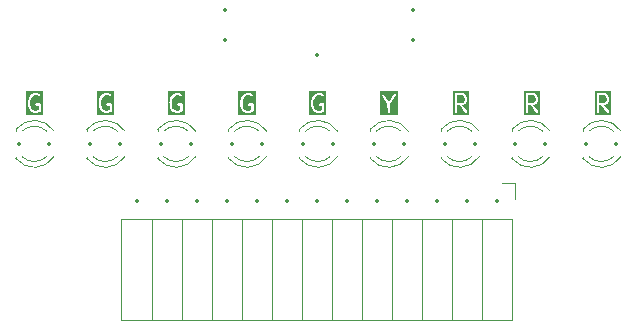
<source format=gto>
%TF.GenerationSoftware,KiCad,Pcbnew,8.0.1*%
%TF.CreationDate,2024-06-22T15:25:25+02:00*%
%TF.ProjectId,BMW E30 VFL SI Indicator V2,424d5720-4533-4302-9056-464c20534920,rev?*%
%TF.SameCoordinates,Original*%
%TF.FileFunction,Legend,Top*%
%TF.FilePolarity,Positive*%
%FSLAX46Y46*%
G04 Gerber Fmt 4.6, Leading zero omitted, Abs format (unit mm)*
G04 Created by KiCad (PCBNEW 8.0.1) date 2024-06-22 15:25:25*
%MOMM*%
%LPD*%
G01*
G04 APERTURE LIST*
%ADD10C,0.187500*%
%ADD11C,0.120000*%
%ADD12C,0.350000*%
G04 APERTURE END LIST*
D10*
G36*
X168761542Y-81452209D02*
G01*
X168812665Y-81501811D01*
X168869040Y-81611764D01*
X168870358Y-81782044D01*
X168817107Y-81891296D01*
X168767506Y-81942417D01*
X168657731Y-81998700D01*
X168464165Y-81999291D01*
X168460608Y-81998664D01*
X168457684Y-81999311D01*
X168198290Y-82000103D01*
X168197578Y-81400146D01*
X168651882Y-81398759D01*
X168761542Y-81452209D01*
G37*
G36*
X169223057Y-83067073D02*
G01*
X167845080Y-83067073D01*
X167845080Y-81306678D01*
X168011747Y-81306678D01*
X168013548Y-82824968D01*
X168027547Y-82858763D01*
X168053412Y-82884628D01*
X168087207Y-82898627D01*
X168123787Y-82898627D01*
X168157582Y-82884628D01*
X168183447Y-82858763D01*
X168197446Y-82824968D01*
X168199247Y-82806678D01*
X168198510Y-82185857D01*
X168413288Y-82185202D01*
X168897801Y-82874391D01*
X168928650Y-82894049D01*
X168964672Y-82900406D01*
X169000385Y-82892494D01*
X169030353Y-82871517D01*
X169050011Y-82840668D01*
X169056368Y-82804646D01*
X169048456Y-82768932D01*
X169039443Y-82752916D01*
X168639843Y-82184510D01*
X168662306Y-82184441D01*
X168665200Y-82185406D01*
X168679511Y-82184388D01*
X168695216Y-82184341D01*
X168698328Y-82183051D01*
X168701688Y-82182813D01*
X168718852Y-82176245D01*
X168860469Y-82103635D01*
X168871868Y-82098915D01*
X168875513Y-82095923D01*
X168877263Y-82095026D01*
X168878885Y-82093154D01*
X168886074Y-82087255D01*
X168956785Y-82014376D01*
X168965274Y-82007015D01*
X168967759Y-82003066D01*
X168969163Y-82001620D01*
X168970111Y-81999330D01*
X168975065Y-81991461D01*
X169038937Y-81860415D01*
X169040590Y-81858763D01*
X169045384Y-81847188D01*
X169053061Y-81831439D01*
X169053299Y-81828080D01*
X169054589Y-81824968D01*
X169056390Y-81806678D01*
X169054840Y-81606559D01*
X169055654Y-81604118D01*
X169054719Y-81590970D01*
X169054589Y-81574102D01*
X169053299Y-81570989D01*
X169053061Y-81567631D01*
X169046493Y-81550466D01*
X168973879Y-81408839D01*
X168969162Y-81397450D01*
X168966172Y-81393806D01*
X168965274Y-81392055D01*
X168963402Y-81390432D01*
X168957503Y-81383243D01*
X168884626Y-81312535D01*
X168877263Y-81304045D01*
X168873311Y-81301557D01*
X168871867Y-81300156D01*
X168869580Y-81299208D01*
X168861709Y-81294254D01*
X168730662Y-81230379D01*
X168729011Y-81228728D01*
X168717441Y-81223935D01*
X168701688Y-81216257D01*
X168698328Y-81216018D01*
X168695216Y-81214729D01*
X168676926Y-81212928D01*
X168087207Y-81214729D01*
X168053412Y-81228728D01*
X168027547Y-81254593D01*
X168013548Y-81288388D01*
X168011747Y-81306678D01*
X167845080Y-81306678D01*
X167845080Y-81046261D01*
X169223057Y-81046261D01*
X169223057Y-83067073D01*
G37*
G36*
X133123057Y-83067095D02*
G01*
X131673652Y-83067095D01*
X131673652Y-81949535D01*
X131840319Y-81949535D01*
X131841935Y-82158257D01*
X131840429Y-82168378D01*
X131842101Y-82179684D01*
X131842120Y-82182111D01*
X131842649Y-82183388D01*
X131843118Y-82186559D01*
X131914408Y-82464901D01*
X131915076Y-82474297D01*
X131920332Y-82488033D01*
X131920729Y-82489580D01*
X131921133Y-82490126D01*
X131921645Y-82491462D01*
X131994254Y-82633079D01*
X131998975Y-82644477D01*
X132001966Y-82648122D01*
X132002864Y-82649872D01*
X132004734Y-82651494D01*
X132010635Y-82658683D01*
X132144590Y-82790467D01*
X132145721Y-82792729D01*
X132155586Y-82801285D01*
X132167698Y-82813201D01*
X132170810Y-82814490D01*
X132173355Y-82816697D01*
X132190137Y-82824189D01*
X132403771Y-82893653D01*
X132415779Y-82898627D01*
X132420497Y-82899091D01*
X132422344Y-82899692D01*
X132424812Y-82899516D01*
X132434069Y-82900428D01*
X132576593Y-82898835D01*
X132588651Y-82899692D01*
X132593237Y-82898649D01*
X132595216Y-82898627D01*
X132597505Y-82897678D01*
X132606572Y-82895617D01*
X132806891Y-82827199D01*
X132809502Y-82827199D01*
X132821768Y-82822117D01*
X132837640Y-82816697D01*
X132840186Y-82814488D01*
X132843297Y-82813200D01*
X132857504Y-82801541D01*
X132940591Y-82715905D01*
X132954589Y-82682110D01*
X132956390Y-82663821D01*
X132954589Y-82145531D01*
X132940590Y-82111736D01*
X132914725Y-82085871D01*
X132880930Y-82071872D01*
X132862640Y-82070071D01*
X132558636Y-82071872D01*
X132524841Y-82085871D01*
X132498976Y-82111736D01*
X132484977Y-82145531D01*
X132484977Y-82182111D01*
X132498976Y-82215906D01*
X132524841Y-82241771D01*
X132558636Y-82255770D01*
X132576926Y-82257571D01*
X132769211Y-82256431D01*
X132770489Y-82624181D01*
X132742800Y-82652720D01*
X132566167Y-82713048D01*
X132453172Y-82714311D01*
X132272438Y-82655544D01*
X132155841Y-82540836D01*
X132095525Y-82423197D01*
X132027779Y-82158689D01*
X132026295Y-81967044D01*
X132090697Y-81702981D01*
X132150922Y-81579422D01*
X132267574Y-81460848D01*
X132444717Y-81400345D01*
X132623721Y-81398959D01*
X132766450Y-81468528D01*
X132802937Y-81471121D01*
X132837639Y-81459554D01*
X132865274Y-81435587D01*
X132881633Y-81402869D01*
X132884226Y-81366381D01*
X132872658Y-81331680D01*
X132848692Y-81304045D01*
X132833138Y-81294254D01*
X132702091Y-81230379D01*
X132700440Y-81228728D01*
X132688870Y-81223935D01*
X132673117Y-81216257D01*
X132669757Y-81216018D01*
X132666645Y-81214729D01*
X132648355Y-81212928D01*
X132435211Y-81214578D01*
X132422343Y-81213664D01*
X132417725Y-81214713D01*
X132415779Y-81214729D01*
X132413490Y-81215676D01*
X132404422Y-81217739D01*
X132204100Y-81286159D01*
X132201493Y-81286159D01*
X132189231Y-81291237D01*
X132173355Y-81296660D01*
X132170810Y-81298866D01*
X132167698Y-81300156D01*
X132153492Y-81311816D01*
X132012525Y-81455105D01*
X132002864Y-81463484D01*
X132000343Y-81467487D01*
X131998975Y-81468879D01*
X131998026Y-81471168D01*
X131993073Y-81479038D01*
X131925977Y-81616692D01*
X131920729Y-81623776D01*
X131915800Y-81637573D01*
X131915076Y-81639059D01*
X131915027Y-81639734D01*
X131914546Y-81641084D01*
X131846152Y-81921509D01*
X131842120Y-81931245D01*
X131840997Y-81942648D01*
X131840429Y-81944978D01*
X131840632Y-81946347D01*
X131840319Y-81949535D01*
X131673652Y-81949535D01*
X131673652Y-81046261D01*
X133123057Y-81046261D01*
X133123057Y-83067095D01*
G37*
G36*
X145123057Y-83067095D02*
G01*
X143673652Y-83067095D01*
X143673652Y-81949535D01*
X143840319Y-81949535D01*
X143841935Y-82158257D01*
X143840429Y-82168378D01*
X143842101Y-82179684D01*
X143842120Y-82182111D01*
X143842649Y-82183388D01*
X143843118Y-82186559D01*
X143914408Y-82464901D01*
X143915076Y-82474297D01*
X143920332Y-82488033D01*
X143920729Y-82489580D01*
X143921133Y-82490126D01*
X143921645Y-82491462D01*
X143994254Y-82633079D01*
X143998975Y-82644477D01*
X144001966Y-82648122D01*
X144002864Y-82649872D01*
X144004734Y-82651494D01*
X144010635Y-82658683D01*
X144144590Y-82790467D01*
X144145721Y-82792729D01*
X144155586Y-82801285D01*
X144167698Y-82813201D01*
X144170810Y-82814490D01*
X144173355Y-82816697D01*
X144190137Y-82824189D01*
X144403771Y-82893653D01*
X144415779Y-82898627D01*
X144420497Y-82899091D01*
X144422344Y-82899692D01*
X144424812Y-82899516D01*
X144434069Y-82900428D01*
X144576593Y-82898835D01*
X144588651Y-82899692D01*
X144593237Y-82898649D01*
X144595216Y-82898627D01*
X144597505Y-82897678D01*
X144606572Y-82895617D01*
X144806891Y-82827199D01*
X144809502Y-82827199D01*
X144821768Y-82822117D01*
X144837640Y-82816697D01*
X144840186Y-82814488D01*
X144843297Y-82813200D01*
X144857504Y-82801541D01*
X144940591Y-82715905D01*
X144954589Y-82682110D01*
X144956390Y-82663821D01*
X144954589Y-82145531D01*
X144940590Y-82111736D01*
X144914725Y-82085871D01*
X144880930Y-82071872D01*
X144862640Y-82070071D01*
X144558636Y-82071872D01*
X144524841Y-82085871D01*
X144498976Y-82111736D01*
X144484977Y-82145531D01*
X144484977Y-82182111D01*
X144498976Y-82215906D01*
X144524841Y-82241771D01*
X144558636Y-82255770D01*
X144576926Y-82257571D01*
X144769211Y-82256431D01*
X144770489Y-82624181D01*
X144742800Y-82652720D01*
X144566167Y-82713048D01*
X144453172Y-82714311D01*
X144272438Y-82655544D01*
X144155841Y-82540836D01*
X144095525Y-82423197D01*
X144027779Y-82158689D01*
X144026295Y-81967044D01*
X144090697Y-81702981D01*
X144150922Y-81579422D01*
X144267574Y-81460848D01*
X144444717Y-81400345D01*
X144623721Y-81398959D01*
X144766450Y-81468528D01*
X144802937Y-81471121D01*
X144837639Y-81459554D01*
X144865274Y-81435587D01*
X144881633Y-81402869D01*
X144884226Y-81366381D01*
X144872658Y-81331680D01*
X144848692Y-81304045D01*
X144833138Y-81294254D01*
X144702091Y-81230379D01*
X144700440Y-81228728D01*
X144688870Y-81223935D01*
X144673117Y-81216257D01*
X144669757Y-81216018D01*
X144666645Y-81214729D01*
X144648355Y-81212928D01*
X144435211Y-81214578D01*
X144422343Y-81213664D01*
X144417725Y-81214713D01*
X144415779Y-81214729D01*
X144413490Y-81215676D01*
X144404422Y-81217739D01*
X144204100Y-81286159D01*
X144201493Y-81286159D01*
X144189231Y-81291237D01*
X144173355Y-81296660D01*
X144170810Y-81298866D01*
X144167698Y-81300156D01*
X144153492Y-81311816D01*
X144012525Y-81455105D01*
X144002864Y-81463484D01*
X144000343Y-81467487D01*
X143998975Y-81468879D01*
X143998026Y-81471168D01*
X143993073Y-81479038D01*
X143925977Y-81616692D01*
X143920729Y-81623776D01*
X143915800Y-81637573D01*
X143915076Y-81639059D01*
X143915027Y-81639734D01*
X143914546Y-81641084D01*
X143846152Y-81921509D01*
X143842120Y-81931245D01*
X143840997Y-81942648D01*
X143840429Y-81944978D01*
X143840632Y-81946347D01*
X143840319Y-81949535D01*
X143673652Y-81949535D01*
X143673652Y-81046261D01*
X145123057Y-81046261D01*
X145123057Y-83067095D01*
G37*
G36*
X139123057Y-83067095D02*
G01*
X137673652Y-83067095D01*
X137673652Y-81949535D01*
X137840319Y-81949535D01*
X137841935Y-82158257D01*
X137840429Y-82168378D01*
X137842101Y-82179684D01*
X137842120Y-82182111D01*
X137842649Y-82183388D01*
X137843118Y-82186559D01*
X137914408Y-82464901D01*
X137915076Y-82474297D01*
X137920332Y-82488033D01*
X137920729Y-82489580D01*
X137921133Y-82490126D01*
X137921645Y-82491462D01*
X137994254Y-82633079D01*
X137998975Y-82644477D01*
X138001966Y-82648122D01*
X138002864Y-82649872D01*
X138004734Y-82651494D01*
X138010635Y-82658683D01*
X138144590Y-82790467D01*
X138145721Y-82792729D01*
X138155586Y-82801285D01*
X138167698Y-82813201D01*
X138170810Y-82814490D01*
X138173355Y-82816697D01*
X138190137Y-82824189D01*
X138403771Y-82893653D01*
X138415779Y-82898627D01*
X138420497Y-82899091D01*
X138422344Y-82899692D01*
X138424812Y-82899516D01*
X138434069Y-82900428D01*
X138576593Y-82898835D01*
X138588651Y-82899692D01*
X138593237Y-82898649D01*
X138595216Y-82898627D01*
X138597505Y-82897678D01*
X138606572Y-82895617D01*
X138806891Y-82827199D01*
X138809502Y-82827199D01*
X138821768Y-82822117D01*
X138837640Y-82816697D01*
X138840186Y-82814488D01*
X138843297Y-82813200D01*
X138857504Y-82801541D01*
X138940591Y-82715905D01*
X138954589Y-82682110D01*
X138956390Y-82663821D01*
X138954589Y-82145531D01*
X138940590Y-82111736D01*
X138914725Y-82085871D01*
X138880930Y-82071872D01*
X138862640Y-82070071D01*
X138558636Y-82071872D01*
X138524841Y-82085871D01*
X138498976Y-82111736D01*
X138484977Y-82145531D01*
X138484977Y-82182111D01*
X138498976Y-82215906D01*
X138524841Y-82241771D01*
X138558636Y-82255770D01*
X138576926Y-82257571D01*
X138769211Y-82256431D01*
X138770489Y-82624181D01*
X138742800Y-82652720D01*
X138566167Y-82713048D01*
X138453172Y-82714311D01*
X138272438Y-82655544D01*
X138155841Y-82540836D01*
X138095525Y-82423197D01*
X138027779Y-82158689D01*
X138026295Y-81967044D01*
X138090697Y-81702981D01*
X138150922Y-81579422D01*
X138267574Y-81460848D01*
X138444717Y-81400345D01*
X138623721Y-81398959D01*
X138766450Y-81468528D01*
X138802937Y-81471121D01*
X138837639Y-81459554D01*
X138865274Y-81435587D01*
X138881633Y-81402869D01*
X138884226Y-81366381D01*
X138872658Y-81331680D01*
X138848692Y-81304045D01*
X138833138Y-81294254D01*
X138702091Y-81230379D01*
X138700440Y-81228728D01*
X138688870Y-81223935D01*
X138673117Y-81216257D01*
X138669757Y-81216018D01*
X138666645Y-81214729D01*
X138648355Y-81212928D01*
X138435211Y-81214578D01*
X138422343Y-81213664D01*
X138417725Y-81214713D01*
X138415779Y-81214729D01*
X138413490Y-81215676D01*
X138404422Y-81217739D01*
X138204100Y-81286159D01*
X138201493Y-81286159D01*
X138189231Y-81291237D01*
X138173355Y-81296660D01*
X138170810Y-81298866D01*
X138167698Y-81300156D01*
X138153492Y-81311816D01*
X138012525Y-81455105D01*
X138002864Y-81463484D01*
X138000343Y-81467487D01*
X137998975Y-81468879D01*
X137998026Y-81471168D01*
X137993073Y-81479038D01*
X137925977Y-81616692D01*
X137920729Y-81623776D01*
X137915800Y-81637573D01*
X137915076Y-81639059D01*
X137915027Y-81639734D01*
X137914546Y-81641084D01*
X137846152Y-81921509D01*
X137842120Y-81931245D01*
X137840997Y-81942648D01*
X137840429Y-81944978D01*
X137840632Y-81946347D01*
X137840319Y-81949535D01*
X137673652Y-81949535D01*
X137673652Y-81046261D01*
X139123057Y-81046261D01*
X139123057Y-83067095D01*
G37*
G36*
X151123057Y-83067095D02*
G01*
X149673652Y-83067095D01*
X149673652Y-81949535D01*
X149840319Y-81949535D01*
X149841935Y-82158257D01*
X149840429Y-82168378D01*
X149842101Y-82179684D01*
X149842120Y-82182111D01*
X149842649Y-82183388D01*
X149843118Y-82186559D01*
X149914408Y-82464901D01*
X149915076Y-82474297D01*
X149920332Y-82488033D01*
X149920729Y-82489580D01*
X149921133Y-82490126D01*
X149921645Y-82491462D01*
X149994254Y-82633079D01*
X149998975Y-82644477D01*
X150001966Y-82648122D01*
X150002864Y-82649872D01*
X150004734Y-82651494D01*
X150010635Y-82658683D01*
X150144590Y-82790467D01*
X150145721Y-82792729D01*
X150155586Y-82801285D01*
X150167698Y-82813201D01*
X150170810Y-82814490D01*
X150173355Y-82816697D01*
X150190137Y-82824189D01*
X150403771Y-82893653D01*
X150415779Y-82898627D01*
X150420497Y-82899091D01*
X150422344Y-82899692D01*
X150424812Y-82899516D01*
X150434069Y-82900428D01*
X150576593Y-82898835D01*
X150588651Y-82899692D01*
X150593237Y-82898649D01*
X150595216Y-82898627D01*
X150597505Y-82897678D01*
X150606572Y-82895617D01*
X150806891Y-82827199D01*
X150809502Y-82827199D01*
X150821768Y-82822117D01*
X150837640Y-82816697D01*
X150840186Y-82814488D01*
X150843297Y-82813200D01*
X150857504Y-82801541D01*
X150940591Y-82715905D01*
X150954589Y-82682110D01*
X150956390Y-82663821D01*
X150954589Y-82145531D01*
X150940590Y-82111736D01*
X150914725Y-82085871D01*
X150880930Y-82071872D01*
X150862640Y-82070071D01*
X150558636Y-82071872D01*
X150524841Y-82085871D01*
X150498976Y-82111736D01*
X150484977Y-82145531D01*
X150484977Y-82182111D01*
X150498976Y-82215906D01*
X150524841Y-82241771D01*
X150558636Y-82255770D01*
X150576926Y-82257571D01*
X150769211Y-82256431D01*
X150770489Y-82624181D01*
X150742800Y-82652720D01*
X150566167Y-82713048D01*
X150453172Y-82714311D01*
X150272438Y-82655544D01*
X150155841Y-82540836D01*
X150095525Y-82423197D01*
X150027779Y-82158689D01*
X150026295Y-81967044D01*
X150090697Y-81702981D01*
X150150922Y-81579422D01*
X150267574Y-81460848D01*
X150444717Y-81400345D01*
X150623721Y-81398959D01*
X150766450Y-81468528D01*
X150802937Y-81471121D01*
X150837639Y-81459554D01*
X150865274Y-81435587D01*
X150881633Y-81402869D01*
X150884226Y-81366381D01*
X150872658Y-81331680D01*
X150848692Y-81304045D01*
X150833138Y-81294254D01*
X150702091Y-81230379D01*
X150700440Y-81228728D01*
X150688870Y-81223935D01*
X150673117Y-81216257D01*
X150669757Y-81216018D01*
X150666645Y-81214729D01*
X150648355Y-81212928D01*
X150435211Y-81214578D01*
X150422343Y-81213664D01*
X150417725Y-81214713D01*
X150415779Y-81214729D01*
X150413490Y-81215676D01*
X150404422Y-81217739D01*
X150204100Y-81286159D01*
X150201493Y-81286159D01*
X150189231Y-81291237D01*
X150173355Y-81296660D01*
X150170810Y-81298866D01*
X150167698Y-81300156D01*
X150153492Y-81311816D01*
X150012525Y-81455105D01*
X150002864Y-81463484D01*
X150000343Y-81467487D01*
X149998975Y-81468879D01*
X149998026Y-81471168D01*
X149993073Y-81479038D01*
X149925977Y-81616692D01*
X149920729Y-81623776D01*
X149915800Y-81637573D01*
X149915076Y-81639059D01*
X149915027Y-81639734D01*
X149914546Y-81641084D01*
X149846152Y-81921509D01*
X149842120Y-81931245D01*
X149840997Y-81942648D01*
X149840429Y-81944978D01*
X149840632Y-81946347D01*
X149840319Y-81949535D01*
X149673652Y-81949535D01*
X149673652Y-81046261D01*
X151123057Y-81046261D01*
X151123057Y-83067095D01*
G37*
G36*
X157151605Y-83065294D02*
G01*
X155630818Y-83065294D01*
X155630818Y-81304585D01*
X155797485Y-81304585D01*
X155803819Y-81340613D01*
X155812119Y-81357010D01*
X156297521Y-82116601D01*
X156299263Y-82824968D01*
X156313262Y-82858763D01*
X156339127Y-82884628D01*
X156372922Y-82898627D01*
X156409502Y-82898627D01*
X156443297Y-82884628D01*
X156469162Y-82858763D01*
X156483161Y-82824968D01*
X156484962Y-82806678D01*
X156483279Y-82122250D01*
X156978605Y-81340613D01*
X156984938Y-81304586D01*
X156977003Y-81268878D01*
X156956008Y-81238924D01*
X156925146Y-81219285D01*
X156889119Y-81212952D01*
X156853412Y-81220887D01*
X156823457Y-81241883D01*
X156812119Y-81256346D01*
X156391930Y-81919414D01*
X155958966Y-81241882D01*
X155929012Y-81220886D01*
X155893305Y-81212951D01*
X155857277Y-81219285D01*
X155826416Y-81238924D01*
X155805420Y-81268878D01*
X155797485Y-81304585D01*
X155630818Y-81304585D01*
X155630818Y-81046284D01*
X157151605Y-81046284D01*
X157151605Y-83065294D01*
G37*
G36*
X174761542Y-81452209D02*
G01*
X174812665Y-81501811D01*
X174869040Y-81611764D01*
X174870358Y-81782044D01*
X174817107Y-81891296D01*
X174767506Y-81942417D01*
X174657731Y-81998700D01*
X174464165Y-81999291D01*
X174460608Y-81998664D01*
X174457684Y-81999311D01*
X174198290Y-82000103D01*
X174197578Y-81400146D01*
X174651882Y-81398759D01*
X174761542Y-81452209D01*
G37*
G36*
X175223057Y-83067073D02*
G01*
X173845080Y-83067073D01*
X173845080Y-81306678D01*
X174011747Y-81306678D01*
X174013548Y-82824968D01*
X174027547Y-82858763D01*
X174053412Y-82884628D01*
X174087207Y-82898627D01*
X174123787Y-82898627D01*
X174157582Y-82884628D01*
X174183447Y-82858763D01*
X174197446Y-82824968D01*
X174199247Y-82806678D01*
X174198510Y-82185857D01*
X174413288Y-82185202D01*
X174897801Y-82874391D01*
X174928650Y-82894049D01*
X174964672Y-82900406D01*
X175000385Y-82892494D01*
X175030353Y-82871517D01*
X175050011Y-82840668D01*
X175056368Y-82804646D01*
X175048456Y-82768932D01*
X175039443Y-82752916D01*
X174639843Y-82184510D01*
X174662306Y-82184441D01*
X174665200Y-82185406D01*
X174679511Y-82184388D01*
X174695216Y-82184341D01*
X174698328Y-82183051D01*
X174701688Y-82182813D01*
X174718852Y-82176245D01*
X174860469Y-82103635D01*
X174871868Y-82098915D01*
X174875513Y-82095923D01*
X174877263Y-82095026D01*
X174878885Y-82093154D01*
X174886074Y-82087255D01*
X174956785Y-82014376D01*
X174965274Y-82007015D01*
X174967759Y-82003066D01*
X174969163Y-82001620D01*
X174970111Y-81999330D01*
X174975065Y-81991461D01*
X175038937Y-81860415D01*
X175040590Y-81858763D01*
X175045384Y-81847188D01*
X175053061Y-81831439D01*
X175053299Y-81828080D01*
X175054589Y-81824968D01*
X175056390Y-81806678D01*
X175054840Y-81606559D01*
X175055654Y-81604118D01*
X175054719Y-81590970D01*
X175054589Y-81574102D01*
X175053299Y-81570989D01*
X175053061Y-81567631D01*
X175046493Y-81550466D01*
X174973879Y-81408839D01*
X174969162Y-81397450D01*
X174966172Y-81393806D01*
X174965274Y-81392055D01*
X174963402Y-81390432D01*
X174957503Y-81383243D01*
X174884626Y-81312535D01*
X174877263Y-81304045D01*
X174873311Y-81301557D01*
X174871867Y-81300156D01*
X174869580Y-81299208D01*
X174861709Y-81294254D01*
X174730662Y-81230379D01*
X174729011Y-81228728D01*
X174717441Y-81223935D01*
X174701688Y-81216257D01*
X174698328Y-81216018D01*
X174695216Y-81214729D01*
X174676926Y-81212928D01*
X174087207Y-81214729D01*
X174053412Y-81228728D01*
X174027547Y-81254593D01*
X174013548Y-81288388D01*
X174011747Y-81306678D01*
X173845080Y-81306678D01*
X173845080Y-81046261D01*
X175223057Y-81046261D01*
X175223057Y-83067073D01*
G37*
G36*
X127123057Y-83067095D02*
G01*
X125673652Y-83067095D01*
X125673652Y-81949535D01*
X125840319Y-81949535D01*
X125841935Y-82158257D01*
X125840429Y-82168378D01*
X125842101Y-82179684D01*
X125842120Y-82182111D01*
X125842649Y-82183388D01*
X125843118Y-82186559D01*
X125914408Y-82464901D01*
X125915076Y-82474297D01*
X125920332Y-82488033D01*
X125920729Y-82489580D01*
X125921133Y-82490126D01*
X125921645Y-82491462D01*
X125994254Y-82633079D01*
X125998975Y-82644477D01*
X126001966Y-82648122D01*
X126002864Y-82649872D01*
X126004734Y-82651494D01*
X126010635Y-82658683D01*
X126144590Y-82790467D01*
X126145721Y-82792729D01*
X126155586Y-82801285D01*
X126167698Y-82813201D01*
X126170810Y-82814490D01*
X126173355Y-82816697D01*
X126190137Y-82824189D01*
X126403771Y-82893653D01*
X126415779Y-82898627D01*
X126420497Y-82899091D01*
X126422344Y-82899692D01*
X126424812Y-82899516D01*
X126434069Y-82900428D01*
X126576593Y-82898835D01*
X126588651Y-82899692D01*
X126593237Y-82898649D01*
X126595216Y-82898627D01*
X126597505Y-82897678D01*
X126606572Y-82895617D01*
X126806891Y-82827199D01*
X126809502Y-82827199D01*
X126821768Y-82822117D01*
X126837640Y-82816697D01*
X126840186Y-82814488D01*
X126843297Y-82813200D01*
X126857504Y-82801541D01*
X126940591Y-82715905D01*
X126954589Y-82682110D01*
X126956390Y-82663821D01*
X126954589Y-82145531D01*
X126940590Y-82111736D01*
X126914725Y-82085871D01*
X126880930Y-82071872D01*
X126862640Y-82070071D01*
X126558636Y-82071872D01*
X126524841Y-82085871D01*
X126498976Y-82111736D01*
X126484977Y-82145531D01*
X126484977Y-82182111D01*
X126498976Y-82215906D01*
X126524841Y-82241771D01*
X126558636Y-82255770D01*
X126576926Y-82257571D01*
X126769211Y-82256431D01*
X126770489Y-82624181D01*
X126742800Y-82652720D01*
X126566167Y-82713048D01*
X126453172Y-82714311D01*
X126272438Y-82655544D01*
X126155841Y-82540836D01*
X126095525Y-82423197D01*
X126027779Y-82158689D01*
X126026295Y-81967044D01*
X126090697Y-81702981D01*
X126150922Y-81579422D01*
X126267574Y-81460848D01*
X126444717Y-81400345D01*
X126623721Y-81398959D01*
X126766450Y-81468528D01*
X126802937Y-81471121D01*
X126837639Y-81459554D01*
X126865274Y-81435587D01*
X126881633Y-81402869D01*
X126884226Y-81366381D01*
X126872658Y-81331680D01*
X126848692Y-81304045D01*
X126833138Y-81294254D01*
X126702091Y-81230379D01*
X126700440Y-81228728D01*
X126688870Y-81223935D01*
X126673117Y-81216257D01*
X126669757Y-81216018D01*
X126666645Y-81214729D01*
X126648355Y-81212928D01*
X126435211Y-81214578D01*
X126422343Y-81213664D01*
X126417725Y-81214713D01*
X126415779Y-81214729D01*
X126413490Y-81215676D01*
X126404422Y-81217739D01*
X126204100Y-81286159D01*
X126201493Y-81286159D01*
X126189231Y-81291237D01*
X126173355Y-81296660D01*
X126170810Y-81298866D01*
X126167698Y-81300156D01*
X126153492Y-81311816D01*
X126012525Y-81455105D01*
X126002864Y-81463484D01*
X126000343Y-81467487D01*
X125998975Y-81468879D01*
X125998026Y-81471168D01*
X125993073Y-81479038D01*
X125925977Y-81616692D01*
X125920729Y-81623776D01*
X125915800Y-81637573D01*
X125915076Y-81639059D01*
X125915027Y-81639734D01*
X125914546Y-81641084D01*
X125846152Y-81921509D01*
X125842120Y-81931245D01*
X125840997Y-81942648D01*
X125840429Y-81944978D01*
X125840632Y-81946347D01*
X125840319Y-81949535D01*
X125673652Y-81949535D01*
X125673652Y-81046261D01*
X127123057Y-81046261D01*
X127123057Y-83067095D01*
G37*
G36*
X162761542Y-81452209D02*
G01*
X162812665Y-81501811D01*
X162869040Y-81611764D01*
X162870358Y-81782044D01*
X162817107Y-81891296D01*
X162767506Y-81942417D01*
X162657731Y-81998700D01*
X162464165Y-81999291D01*
X162460608Y-81998664D01*
X162457684Y-81999311D01*
X162198290Y-82000103D01*
X162197578Y-81400146D01*
X162651882Y-81398759D01*
X162761542Y-81452209D01*
G37*
G36*
X163223057Y-83067073D02*
G01*
X161845080Y-83067073D01*
X161845080Y-81306678D01*
X162011747Y-81306678D01*
X162013548Y-82824968D01*
X162027547Y-82858763D01*
X162053412Y-82884628D01*
X162087207Y-82898627D01*
X162123787Y-82898627D01*
X162157582Y-82884628D01*
X162183447Y-82858763D01*
X162197446Y-82824968D01*
X162199247Y-82806678D01*
X162198510Y-82185857D01*
X162413288Y-82185202D01*
X162897801Y-82874391D01*
X162928650Y-82894049D01*
X162964672Y-82900406D01*
X163000385Y-82892494D01*
X163030353Y-82871517D01*
X163050011Y-82840668D01*
X163056368Y-82804646D01*
X163048456Y-82768932D01*
X163039443Y-82752916D01*
X162639843Y-82184510D01*
X162662306Y-82184441D01*
X162665200Y-82185406D01*
X162679511Y-82184388D01*
X162695216Y-82184341D01*
X162698328Y-82183051D01*
X162701688Y-82182813D01*
X162718852Y-82176245D01*
X162860469Y-82103635D01*
X162871868Y-82098915D01*
X162875513Y-82095923D01*
X162877263Y-82095026D01*
X162878885Y-82093154D01*
X162886074Y-82087255D01*
X162956785Y-82014376D01*
X162965274Y-82007015D01*
X162967759Y-82003066D01*
X162969163Y-82001620D01*
X162970111Y-81999330D01*
X162975065Y-81991461D01*
X163038937Y-81860415D01*
X163040590Y-81858763D01*
X163045384Y-81847188D01*
X163053061Y-81831439D01*
X163053299Y-81828080D01*
X163054589Y-81824968D01*
X163056390Y-81806678D01*
X163054840Y-81606559D01*
X163055654Y-81604118D01*
X163054719Y-81590970D01*
X163054589Y-81574102D01*
X163053299Y-81570989D01*
X163053061Y-81567631D01*
X163046493Y-81550466D01*
X162973879Y-81408839D01*
X162969162Y-81397450D01*
X162966172Y-81393806D01*
X162965274Y-81392055D01*
X162963402Y-81390432D01*
X162957503Y-81383243D01*
X162884626Y-81312535D01*
X162877263Y-81304045D01*
X162873311Y-81301557D01*
X162871867Y-81300156D01*
X162869580Y-81299208D01*
X162861709Y-81294254D01*
X162730662Y-81230379D01*
X162729011Y-81228728D01*
X162717441Y-81223935D01*
X162701688Y-81216257D01*
X162698328Y-81216018D01*
X162695216Y-81214729D01*
X162676926Y-81212928D01*
X162087207Y-81214729D01*
X162053412Y-81228728D01*
X162027547Y-81254593D01*
X162013548Y-81288388D01*
X162011747Y-81306678D01*
X161845080Y-81306678D01*
X161845080Y-81046261D01*
X163223057Y-81046261D01*
X163223057Y-83067073D01*
G37*
D11*
%TO.C,D5*%
X148835000Y-84264000D02*
X148835000Y-84420000D01*
X148835000Y-86580000D02*
X148835000Y-86736000D01*
X148835001Y-84264485D02*
G75*
G02*
X152067334Y-84421392I1559999J-1235515D01*
G01*
X149354040Y-84420001D02*
G75*
G02*
X151436129Y-84420164I1040960J-1079999D01*
G01*
X151436129Y-86579836D02*
G75*
G02*
X149354040Y-86579999I-1041129J1079836D01*
G01*
X152067334Y-86578608D02*
G75*
G02*
X148835001Y-86735515I-1672334J1078608D01*
G01*
%TO.C,D9*%
X124835000Y-84264000D02*
X124835000Y-84420000D01*
X124835000Y-86580000D02*
X124835000Y-86736000D01*
X124835001Y-84264485D02*
G75*
G02*
X128067334Y-84421392I1559999J-1235515D01*
G01*
X125354040Y-84420001D02*
G75*
G02*
X127436129Y-84420164I1040960J-1079999D01*
G01*
X127436129Y-86579836D02*
G75*
G02*
X125354040Y-86579999I-1041129J1079836D01*
G01*
X128067334Y-86578608D02*
G75*
G02*
X124835001Y-86735515I-1672334J1078608D01*
G01*
%TO.C,D1*%
X172835000Y-84264000D02*
X172835000Y-84420000D01*
X172835000Y-86580000D02*
X172835000Y-86736000D01*
X172835001Y-84264485D02*
G75*
G02*
X176067334Y-84421392I1559999J-1235515D01*
G01*
X173354040Y-84420001D02*
G75*
G02*
X175436129Y-84420164I1040960J-1079999D01*
G01*
X175436129Y-86579836D02*
G75*
G02*
X173354040Y-86579999I-1041129J1079836D01*
G01*
X176067334Y-86578608D02*
G75*
G02*
X172835001Y-86735515I-1672334J1078608D01*
G01*
%TO.C,D4*%
X154835000Y-84264000D02*
X154835000Y-84420000D01*
X154835000Y-86580000D02*
X154835000Y-86736000D01*
X154835001Y-84264485D02*
G75*
G02*
X158067334Y-84421392I1559999J-1235515D01*
G01*
X155354040Y-84420001D02*
G75*
G02*
X157436129Y-84420164I1040960J-1079999D01*
G01*
X157436129Y-86579836D02*
G75*
G02*
X155354040Y-86579999I-1041129J1079836D01*
G01*
X158067334Y-86578608D02*
G75*
G02*
X154835001Y-86735515I-1672334J1078608D01*
G01*
%TO.C,D6*%
X142835000Y-84264000D02*
X142835000Y-84420000D01*
X142835000Y-86580000D02*
X142835000Y-86736000D01*
X142835001Y-84264485D02*
G75*
G02*
X146067334Y-84421392I1559999J-1235515D01*
G01*
X143354040Y-84420001D02*
G75*
G02*
X145436129Y-84420164I1040960J-1079999D01*
G01*
X145436129Y-86579836D02*
G75*
G02*
X143354040Y-86579999I-1041129J1079836D01*
G01*
X146067334Y-86578608D02*
G75*
G02*
X142835001Y-86735515I-1672334J1078608D01*
G01*
%TO.C,D7*%
X136835000Y-84264000D02*
X136835000Y-84420000D01*
X136835000Y-86580000D02*
X136835000Y-86736000D01*
X136835001Y-84264485D02*
G75*
G02*
X140067334Y-84421392I1559999J-1235515D01*
G01*
X137354040Y-84420001D02*
G75*
G02*
X139436129Y-84420164I1040960J-1079999D01*
G01*
X139436129Y-86579836D02*
G75*
G02*
X137354040Y-86579999I-1041129J1079836D01*
G01*
X140067334Y-86578608D02*
G75*
G02*
X136835001Y-86735515I-1672334J1078608D01*
G01*
%TO.C,D8*%
X130835000Y-84264000D02*
X130835000Y-84420000D01*
X130835000Y-86580000D02*
X130835000Y-86736000D01*
X130835001Y-84264485D02*
G75*
G02*
X134067334Y-84421392I1559999J-1235515D01*
G01*
X131354040Y-84420001D02*
G75*
G02*
X133436129Y-84420164I1040960J-1079999D01*
G01*
X133436129Y-86579836D02*
G75*
G02*
X131354040Y-86579999I-1041129J1079836D01*
G01*
X134067334Y-86578608D02*
G75*
G02*
X130835001Y-86735515I-1672334J1078608D01*
G01*
%TO.C,D3*%
X160835000Y-84264000D02*
X160835000Y-84420000D01*
X160835000Y-86580000D02*
X160835000Y-86736000D01*
X160835001Y-84264485D02*
G75*
G02*
X164067334Y-84421392I1559999J-1235515D01*
G01*
X161354040Y-84420001D02*
G75*
G02*
X163436129Y-84420164I1040960J-1079999D01*
G01*
X163436129Y-86579836D02*
G75*
G02*
X161354040Y-86579999I-1041129J1079836D01*
G01*
X164067334Y-86578608D02*
G75*
G02*
X160835001Y-86735515I-1672334J1078608D01*
G01*
%TO.C,J1*%
X133730000Y-91820000D02*
X166870000Y-91820000D01*
X133730000Y-100450000D02*
X133730000Y-91820000D01*
X133730000Y-100450000D02*
X166870000Y-100450000D01*
X136330000Y-100450000D02*
X136330000Y-91820000D01*
X138870000Y-100450000D02*
X138870000Y-91820000D01*
X141410000Y-100450000D02*
X141410000Y-91820000D01*
X143950000Y-100450000D02*
X143950000Y-91820000D01*
X146490000Y-100450000D02*
X146490000Y-91820000D01*
X149030000Y-100450000D02*
X149030000Y-91820000D01*
X151570000Y-100450000D02*
X151570000Y-91820000D01*
X154110000Y-100450000D02*
X154110000Y-91820000D01*
X156650000Y-100450000D02*
X156650000Y-91820000D01*
X159190000Y-100450000D02*
X159190000Y-91820000D01*
X161730000Y-100450000D02*
X161730000Y-91820000D01*
X164270000Y-100450000D02*
X164270000Y-91820000D01*
X165954000Y-88836000D02*
X167064000Y-88836000D01*
X166870000Y-100450000D02*
X166870000Y-91820000D01*
X167064000Y-88836000D02*
X167064000Y-90166000D01*
%TO.C,D2*%
X166835000Y-84264000D02*
X166835000Y-84420000D01*
X166835000Y-86580000D02*
X166835000Y-86736000D01*
X166835001Y-84264485D02*
G75*
G02*
X170067334Y-84421392I1559999J-1235515D01*
G01*
X167354040Y-84420001D02*
G75*
G02*
X169436129Y-84420164I1040960J-1079999D01*
G01*
X169436129Y-86579836D02*
G75*
G02*
X167354040Y-86579999I-1041129J1079836D01*
G01*
X170067334Y-86578608D02*
G75*
G02*
X166835001Y-86735515I-1672334J1078608D01*
G01*
%TD*%
D12*
X149125000Y-85500000D03*
X151665000Y-85500000D03*
X125125000Y-85500000D03*
X127665000Y-85500000D03*
X173125000Y-85500000D03*
X175665000Y-85500000D03*
X155125000Y-85500000D03*
X157665000Y-85500000D03*
X143125000Y-85500000D03*
X145665000Y-85500000D03*
X137125000Y-85500000D03*
X139665000Y-85500000D03*
X131125000Y-85500000D03*
X133665000Y-85500000D03*
X158500000Y-76700000D03*
X158500000Y-74160000D03*
X142500000Y-74160000D03*
X142500000Y-76700000D03*
X161125000Y-85500000D03*
X163665000Y-85500000D03*
X150300000Y-78000000D03*
X165540000Y-90360000D03*
X163000000Y-90360000D03*
X160460000Y-90360000D03*
X157920000Y-90360000D03*
X155380000Y-90360000D03*
X152840000Y-90360000D03*
X150300000Y-90360000D03*
X147760000Y-90360000D03*
X145220000Y-90360000D03*
X142680000Y-90360000D03*
X140140000Y-90360000D03*
X137600000Y-90360000D03*
X135060000Y-90360000D03*
X167125000Y-85500000D03*
X169665000Y-85500000D03*
M02*

</source>
